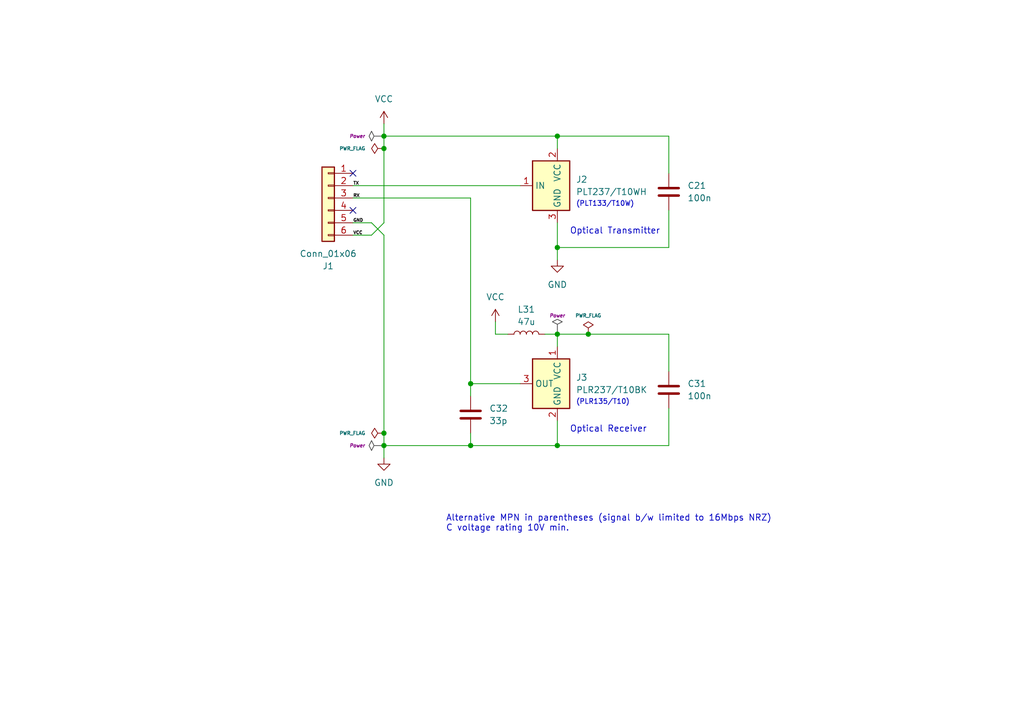
<source format=kicad_sch>
(kicad_sch (version 20230121) (generator eeschema)
  (paper "A5")
  (title_block (title "fiberaudio-pm") (date "2024-01-22") (rev "2") (company "https://github.com/islandcontroller/fiberaudio-pm"))
  (lib_symbols
    (symbol "Connector_Generic:Conn_01x06" (pin_names (offset 1.016) hide)
      (property "Reference" "J" (at 0 7.62 0))
      (property "Value" "Conn_01x06" (at 0 -10.16 0))
      (symbol "Conn_01x06_1_1"
        (rectangle (start -1.27 -7.493) (end 0 -7.747) (stroke (width 0.1524)))
        (rectangle (start -1.27 -4.953) (end 0 -5.207) (stroke (width 0.1524)))
        (rectangle (start -1.27 -2.413) (end 0 -2.667) (stroke (width 0.1524)))
        (rectangle (start -1.27 0.127) (end 0 -0.127) (stroke (width 0.1524)))
        (rectangle (start -1.27 2.667) (end 0 2.413) (stroke (width 0.1524)))
        (rectangle (start -1.27 5.207) (end 0 4.953) (stroke (width 0.1524)))
        (rectangle (start -1.27 6.35) (end 1.27 -8.89) (stroke (width 0.254)) (fill (type background)))
        (pin passive line (at -5.08 5.08 0) (length 3.81) (name "Pin_1") (number "1"))
        (pin passive line (at -5.08 2.54 0) (length 3.81) (name "Pin_2") (number "2"))
        (pin passive line (at -5.08 0 0) (length 3.81) (name "Pin_3") (number "3"))
        (pin passive line (at -5.08 -2.54 0) (length 3.81) (name "Pin_4") (number "4"))
        (pin passive line (at -5.08 -5.08 0) (length 3.81) (name "Pin_5") (number "5"))
        (pin passive line (at -5.08 -7.62 0) (length 3.81) (name "Pin_6") (number "6"))
      )
    )
    (symbol "Device:C" (pin_numbers hide) (pin_names (offset 0.254))
      (property "Reference" "C" (at 0.635 2.54 0))
      (property "Value" "C" (at 0.635 -2.54 0))
      (symbol "C_0_1"
        (polyline (pts (xy -2.032 -0.762) (xy 2.032 -0.762)) (stroke (width 0.508)))
        (polyline (pts (xy -2.032 0.762) (xy 2.032 0.762)) (stroke (width 0.508)))
      )
      (symbol "C_1_1"
        (pin passive line (at 0 3.81 270) (length 2.794) (name "~") (number "1"))
        (pin passive line (at 0 -3.81 90) (length 2.794) (name "~") (number "2"))
      )
    )
    (symbol "Device:L" (pin_numbers hide) (pin_names (offset 1.016) hide)
      (property "Reference" "L" (at -1.27 0 90))
      (property "Value" "L" (at 1.905 0 90))
      (symbol "L_0_1"
        (arc (start 0 -2.54) (mid 0.6323 -1.905) (end 0 -1.27))
        (arc (start 0 -1.27) (mid 0.6323 -0.635) (end 0 0))
        (arc (start 0 0) (mid 0.6323 0.635) (end 0 1.27))
        (arc (start 0 1.27) (mid 0.6323 1.905) (end 0 2.54))
      )
      (symbol "L_1_1"
        (pin passive line (at 0 3.81 270) (length 1.27) (name "1") (number "1"))
        (pin passive line (at 0 -3.81 90) (length 1.27) (name "2") (number "2"))
      )
    )
    (symbol "custom:PLR237_T10BK"
      (property "Reference" "J" (at 3.175 5.715 0))
      (property "Value" "PLR237/T10BK" (at 3.175 3.81 0))
      (symbol "PLR237_T10BK_1_1"
        (rectangle (start -5.08 5.08) (end 2.54 -5.08) (stroke (width 0.254)) (fill (type background)))
        (pin power_in line (at -2.54 7.62 270) (length 2.54) (name "VCC") (number "1"))
        (pin power_in line (at -2.54 -7.62 90) (length 2.54) (name "GND") (number "2"))
        (pin output line (at 5.08 0 180) (length 2.54) (name "OUT") (number "3"))
        (pin no_connect line (at -5.08 0 0) (length 2.54) hide (name "NC") (number "4"))
        (pin no_connect line (at -5.08 -2.54 0) (length 2.54) hide (name "NC") (number "5"))
      )
    )
    (symbol "custom:PLT237_T10WH"
      (property "Reference" "J" (at 3.175 4.445 0))
      (property "Value" "PLT237/T10WH" (at 3.175 2.54 0))
      (symbol "PLT237_T10WH_1_1"
        (rectangle (start -5.08 5.08) (end 2.54 -5.08) (stroke (width 0.254)) (fill (type background)))
        (pin input line (at -7.62 0 0) (length 2.54) (name "IN") (number "1"))
        (pin power_in line (at 0 7.62 270) (length 2.54) (name "VCC") (number "2"))
        (pin power_in line (at 0 -7.62 90) (length 2.54) (name "GND") (number "3"))
        (pin no_connect line (at 2.54 0 180) (length 2.54) hide (name "NC") (number "4"))
        (pin no_connect line (at 2.54 -2.54 180) (length 2.54) hide (name "NC") (number "5"))
      )
    )
    (symbol "power:GND" (power) (pin_names (offset 0))
      (property "Value" "GND" (at 0 -3.81 0))
      (symbol "GND_0_1"
        (polyline (pts (xy 0 0) (xy 0 -1.27) (xy 1.27 -1.27) (xy 0 -2.54) (xy -1.27 -1.27) (xy 0 -1.27)))
      )
      (symbol "GND_1_1"
        (pin power_in line (at 0 0 270) (length 0) hide (name "GND") (number "1"))
      )
    )
    (symbol "power:PWR_FLAG" (power) (pin_numbers hide) (pin_names (offset 0) hide)
      (property "Value" "PWR_FLAG" (at 0 3.81 0))
      (symbol "PWR_FLAG_0_0"
        (pin power_out line (at 0 0 90) (length 0) (name "pwr") (number "1"))
      )
      (symbol "PWR_FLAG_0_1"
        (polyline (pts (xy 0 0) (xy 0 1.27) (xy -1.016 1.905) (xy 0 2.54) (xy 1.016 1.905) (xy 0 1.27)))
      )
    )
    (symbol "power:VCC" (power) (pin_names (offset 0))
      (property "Value" "VCC" (at 0 3.81 0))
      (symbol "VCC_0_1"
        (polyline (pts (xy -0.762 1.27) (xy 0 2.54)))
        (polyline (pts (xy 0 0) (xy 0 2.54)))
        (polyline (pts (xy 0 2.54) (xy 0.762 1.27)))
      )
      (symbol "VCC_1_1"
        (pin power_in line (at 0 0 90) (length 0) hide (name "VCC") (number "1"))
      )
    )
  )
  (junction (at 114.3 68.58))
  (junction (at 78.74 27.94))
  (junction (at 96.52 78.74))
  (junction (at 78.74 30.48))
  (junction (at 120.65 68.58))
  (junction (at 114.3 91.44))
  (junction (at 78.74 91.44))
  (junction (at 96.52 91.44))
  (junction (at 114.3 27.94))
  (junction (at 114.3 50.8))
  (junction (at 78.74 88.9))
  (no_connect (at 72.39 35.56))
  (no_connect (at 72.39 43.18))
  (wire (pts (xy 78.74 25.4) (xy 78.74 27.94)))
  (wire (pts (xy 101.6 66.04) (xy 101.6 68.58)))
  (wire (pts (xy 78.74 30.48) (xy 78.74 45.72)))
  (wire (pts (xy 137.16 76.2) (xy 137.16 68.58)))
  (wire (pts (xy 78.74 48.26) (xy 76.2 45.72)))
  (wire (pts (xy 137.16 91.44) (xy 137.16 83.82)))
  (wire (pts (xy 96.52 78.74) (xy 106.68 78.74)))
  (wire (pts (xy 78.74 91.44) (xy 96.52 91.44)))
  (wire (pts (xy 114.3 53.34) (xy 114.3 50.8)))
  (wire (pts (xy 96.52 78.74) (xy 96.52 81.28)))
  (wire (pts (xy 120.65 68.58) (xy 137.16 68.58)))
  (wire (pts (xy 114.3 68.58) (xy 120.65 68.58)))
  (wire (pts (xy 72.39 48.26) (xy 76.2 48.26)))
  (wire (pts (xy 72.39 40.64) (xy 96.52 40.64)))
  (wire (pts (xy 114.3 86.36) (xy 114.3 91.44)))
  (wire (pts (xy 78.74 91.44) (xy 78.74 93.98)))
  (wire (pts (xy 114.3 50.8) (xy 137.16 50.8)))
  (wire (pts (xy 78.74 45.72) (xy 76.2 48.26)))
  (wire (pts (xy 78.74 27.94) (xy 114.3 27.94)))
  (wire (pts (xy 96.52 88.9) (xy 96.52 91.44)))
  (wire (pts (xy 101.6 68.58) (xy 104.14 68.58)))
  (wire (pts (xy 78.74 88.9) (xy 78.74 91.44)))
  (wire (pts (xy 137.16 27.94) (xy 137.16 35.56)))
  (wire (pts (xy 114.3 27.94) (xy 114.3 30.48)))
  (wire (pts (xy 114.3 27.94) (xy 137.16 27.94)))
  (wire (pts (xy 96.52 91.44) (xy 114.3 91.44)))
  (wire (pts (xy 111.76 68.58) (xy 114.3 68.58)))
  (wire (pts (xy 78.74 48.26) (xy 78.74 88.9)))
  (wire (pts (xy 114.3 45.72) (xy 114.3 50.8)))
  (wire (pts (xy 137.16 50.8) (xy 137.16 43.18)))
  (wire (pts (xy 96.52 40.64) (xy 96.52 78.74)))
  (wire (pts (xy 114.3 68.58) (xy 114.3 71.12)))
  (wire (pts (xy 72.39 45.72) (xy 76.2 45.72)))
  (wire (pts (xy 114.3 91.44) (xy 137.16 91.44)))
  (wire (pts (xy 72.39 38.1) (xy 106.68 38.1)))
  (wire (pts (xy 78.74 27.94) (xy 78.74 30.48)))
  (text "Optical Transmitter" (at 116.84 48.26 0) (effects (font (size 1.27 1.27)) (justify left bottom)))
  (text "Optical Receiver" (at 116.84 88.9 0) (effects (font (size 1.27 1.27)) (justify left bottom)))
  (text "Alternative MPN in parentheses (signal b/w limited to 16Mbps NRZ)\nC voltage rating 10V min." (at 91.44 109.22 0) (effects (font (size 1.27 1.27)) (justify left bottom)))
  (text "(PLR135/T10)" (at 118.11 83.185 0) (effects (font (size 1.016 1.016)) (justify left bottom)))
  (text "(PLT133/T10W)" (at 118.11 42.545 0) (effects (font (size 1.016 1.016)) (justify left bottom)))
  (label "RX" (at 72.39 40.64 0) (effects (font (size 0.635 0.635))))
  (label "GND" (at 72.39 45.72 0) (effects (font (size 0.635 0.635))))
  (label "VCC" (at 72.39 48.26 0) (effects (font (size 0.635 0.635))))
  (label "TX" (at 72.39 38.1 0) (effects (font (size 0.635 0.635))))
  (netclass_flag "" (length 2.54) (shape diamond) (at 114.3 68.58 0) (property "Netclass" "Power" (at 114.3 64.77 0) (effects (font (size 0.7 0.7) italic))))
  (netclass_flag "" (length 2.54) (shape diamond) (at 78.74 27.94 90) (property "Netclass" "Power" (at 74.93 27.94 0) (effects (font (size 0.7 0.7) italic) (justify right))))
  (netclass_flag "" (length 2.54) (shape diamond) (at 78.74 91.44 90) (property "Netclass" "Power" (at 74.93 91.44 0) (effects (font (size 0.7 0.7) italic) (justify right))))
  (symbol (lib_id "power:PWR_FLAG") (at 78.74 30.48 90) (unit 1)
    (property "Reference" "#FLG03" (effects hide))
    (property "Value" "PWR_FLAG" (at 74.93 30.48 90) (effects (font (size 0.7 0.7)) (justify left)))
  )
  (symbol (lib_id "power:VCC") (at 78.74 25.4 0) (unit 1)
    (property "Reference" "#PWR01" (effects hide))
    (property "Value" "VCC" (at 78.74 20.32 0))
  )
  (symbol (lib_id "Device:C") (at 137.16 39.37 0) (unit 1)
    (property "Reference" "C21" (at 140.97 38.1 0) (effects (justify left)))
    (property "Value" "100n" (at 140.97 40.64 0) (effects (justify left)))
    (property "Footprint" "Capacitor_SMD:C_0805_2012Metric" (effects hide))
  )
  (symbol (lib_id "Connector_Generic:Conn_01x06") (at 67.31 40.64 0) (mirror y) (unit 1)
    (property "Reference" "J1" (at 67.31 54.61 0))
    (property "Value" "Conn_01x06" (at 67.31 52.07 0))
    (property "Footprint" "custom:PinHeader_1x06_P2.54mm_Horizontal_Mirrored" (effects hide))
  )
  (symbol (lib_id "power:PWR_FLAG") (at 120.65 68.58 0) (unit 1)
    (property "Reference" "#FLG01" (effects hide))
    (property "Value" "PWR_FLAG" (at 120.65 64.77 0) (effects (font (size 0.7 0.7))))
  )
  (symbol (lib_id "Device:C") (at 137.16 80.01 0) (unit 1)
    (property "Reference" "C31" (at 140.97 78.74 0) (effects (justify left)))
    (property "Value" "100n" (at 140.97 81.28 0) (effects (justify left)))
    (property "Footprint" "Capacitor_SMD:C_0805_2012Metric" (effects hide))
  )
  (symbol (lib_id "power:VCC") (at 101.6 66.04 0) (unit 1)
    (property "Reference" "#PWR03" (effects hide))
    (property "Value" "VCC" (at 101.6 60.96 0))
  )
  (symbol (lib_id "custom:PLT237_T10WH") (at 114.3 38.1 0) (unit 1)
    (property "Reference" "J2" (at 118.11 36.83 0) (effects (justify left)))
    (property "Value" "PLT237/T10WH" (at 118.11 39.37 0) (effects (justify left)))
    (property "Footprint" "custom:Connector_T10" (effects hide))
    (property "Datasheet" "../doc/plt237_t10wh.pdf" (effects hide))
  )
  (symbol (lib_id "power:GND") (at 78.74 93.98 0) (unit 1)
    (property "Reference" "#PWR04" (effects hide))
    (property "Value" "GND" (at 78.74 99.06 0))
  )
  (symbol (lib_id "power:GND") (at 114.3 53.34 0) (unit 1)
    (property "Reference" "#PWR02" (effects hide))
    (property "Value" "GND" (at 114.3 58.42 0))
  )
  (symbol (lib_id "Device:L") (at 107.95 68.58 90) (unit 1)
    (property "Reference" "L31" (at 107.95 63.5 90))
    (property "Value" "47u" (at 107.95 66.04 90))
    (property "Footprint" "Inductor_SMD:L_0805_2012Metric" (effects hide))
  )
  (symbol (lib_id "power:PWR_FLAG") (at 78.74 88.9 90) (unit 1)
    (property "Reference" "#FLG02" (effects hide))
    (property "Value" "PWR_FLAG" (at 74.93 88.9 90) (effects (font (size 0.7 0.7)) (justify left)))
  )
  (symbol (lib_id "custom:PLR237_T10BK") (at 111.76 78.74 0) (mirror y) (unit 1)
    (property "Reference" "J3" (at 118.11 77.47 0) (effects (justify right)))
    (property "Value" "PLR237/T10BK" (at 118.11 80.01 0) (effects (justify right)))
    (property "Footprint" "custom:Connector_T10" (effects hide))
    (property "Datasheet" "../doc/plr237_t10bk.pdf" (effects hide))
  )
  (symbol (lib_id "Device:C") (at 96.52 85.09 0) (unit 1)
    (property "Reference" "C32" (at 100.33 83.82 0) (effects (justify left)))
    (property "Value" "33p" (at 100.33 86.36 0) (effects (justify left)))
    (property "Footprint" "Capacitor_SMD:C_0805_2012Metric" (effects hide))
  )
)
</source>
